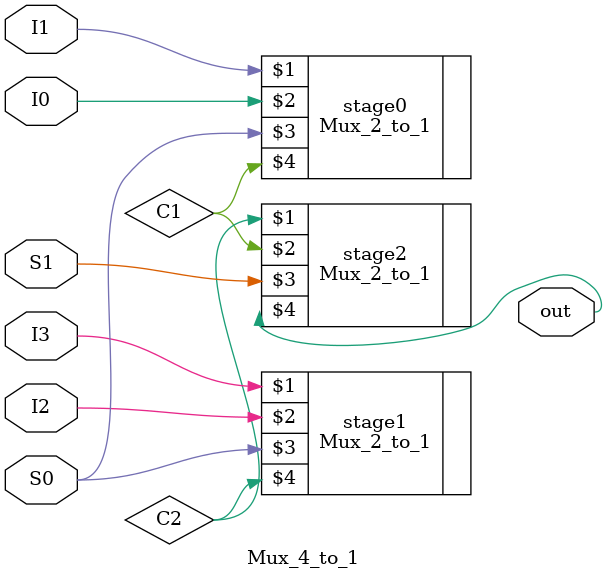
<source format=v>
/*
Instructions
-------------------
Students are not allowed to make any changes in the Module declaration.
This file is used to design 4:1 Multiplexer.

Recommended Quartus Version : 19.1
The submitted project file must be 19.1 compatible as the evaluation will be done on Quartus Prime Lite 19.1.

Warning: The error due to compatibility will not be entertained.
			Do not make any changes to Test_Bench_Vector.txt file. Violating will result into Disqualification.
-------------------
*/

//4:1 MUX design
//Inputs  : I3(MSB), I2, I1, I0(LSB) and Select Lines : S1(MSB), S0(LSB)
//Output  : out

//////////////////DO NOT MAKE ANY CHANGES IN MODULE//////////////////
module Mux_4_to_1(
	input		I3,       //INPUT I3(MSB)    
	input		I2,		 //INPUT I2
	input		I1,       //INPUT I1
	input		I0,		 //INPUT I0
	input		S1,       //SELECT INPUT S1(MSB)
	input		S0,		 //SELECT INPUT S0(LSB)	 
	output	out			 //OUTPUT out			 
);
////////////////////////WRITE YOUR CODE FROM HERE//////////////////// 
	
wire C1, C2;

Mux_2_to_1 stage0(I1,I0,S0,C1);
Mux_2_to_1 stage1(I3,I2,S0,C2);
Mux_2_to_1 stage2(C2,C1,S1,out);

////////////////////////YOUR CODE ENDS HERE//////////////////////////
endmodule
///////////////////////////////MODULE ENDS///////////////////////////
</source>
